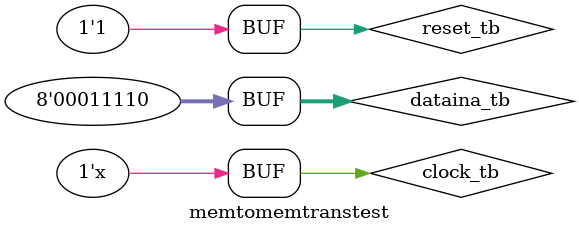
<source format=v>
`include "verilogHW1.v"
`timescale 10s/1s

module memtomemtranstest;
reg reset_tb,clock_tb;
reg [7:0] dataina_tb;

reg [7:0] memB0;
reg [7:0] memB1;
reg [7:0] memB2;	
reg [7:0] memB3;

memtomemtrans i1 (.reset(reset_tb),.clock(clock_tb),.dataina(dataina_tb));

initial
begin
$dumpfile("memtomemtrans.vcd");
$dumpvars(0,memtomemtranstest);
clock_tb = 0; reset_tb = 0;
#1  dataina_tb = 4;
#2  dataina_tb = 2;
#2  dataina_tb = 8;
#2  dataina_tb = 19;
#2  dataina_tb = 31;
#2  dataina_tb = 29;
#2  dataina_tb = 22;
#2  dataina_tb = 30;
end
always #1 clock_tb = ~clock_tb;
always #34 reset_tb = 1;

always @(posedge clock_tb)
begin
memB0 <= i1.memb[0];
memB1 <= i1.memb[1];
memB2 <= i1.memb[2];
memB3 <= i1.memb[3];
end
endmodule
</source>
